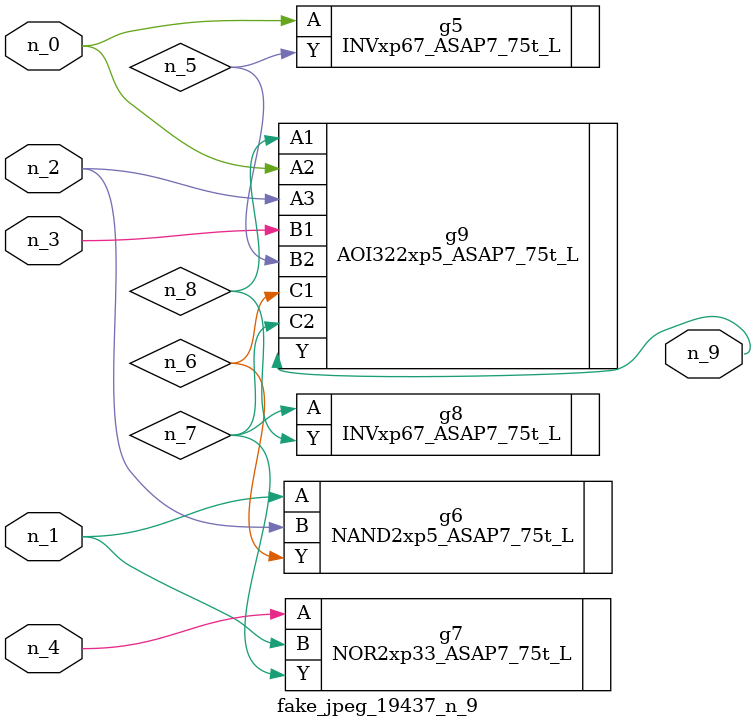
<source format=v>
module fake_jpeg_19437_n_9 (n_3, n_2, n_1, n_0, n_4, n_9);

input n_3;
input n_2;
input n_1;
input n_0;
input n_4;

output n_9;

wire n_8;
wire n_6;
wire n_5;
wire n_7;

INVxp67_ASAP7_75t_L g5 ( 
.A(n_0),
.Y(n_5)
);

NAND2xp5_ASAP7_75t_L g6 ( 
.A(n_1),
.B(n_2),
.Y(n_6)
);

NOR2xp33_ASAP7_75t_L g7 ( 
.A(n_4),
.B(n_1),
.Y(n_7)
);

INVxp67_ASAP7_75t_L g8 ( 
.A(n_7),
.Y(n_8)
);

AOI322xp5_ASAP7_75t_L g9 ( 
.A1(n_8),
.A2(n_0),
.A3(n_2),
.B1(n_3),
.B2(n_5),
.C1(n_6),
.C2(n_7),
.Y(n_9)
);


endmodule
</source>
